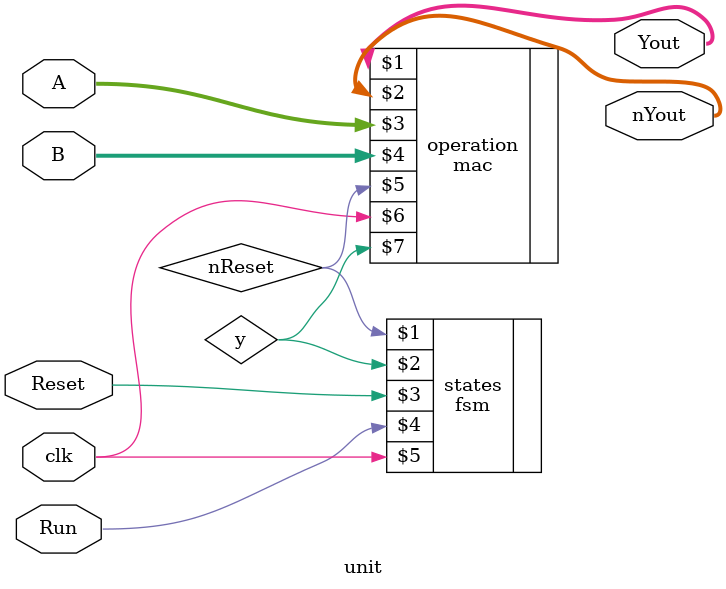
<source format=v>
module unit (Yout, nYout, A, B, Run, Reset, clk);
	input [1:0]A; wire [1:0]A;
	input [1:0]B; wire [1:0]B;
	input Run; wire Run;
	input Reset; wire Reset;
	input clk; wire clk;
	output [7:0]Yout; wire [7:0]Yout;
	output [7:0]nYout; wire [7:0]nYout;

	fsm states(nReset, y, Reset, Run, clk);
	mac operation(Yout, nYout, A, B, nReset, clk, y);
	
endmodule
</source>
